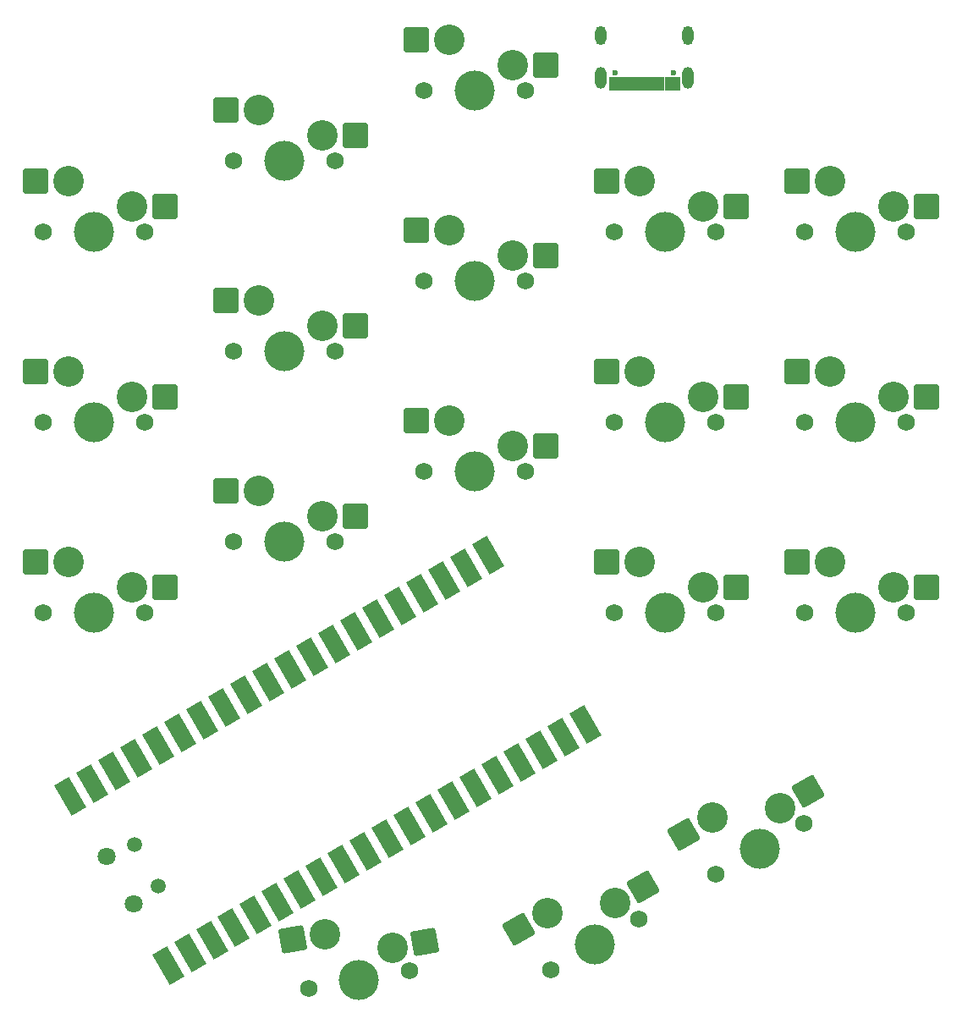
<source format=gbr>
%TF.GenerationSoftware,KiCad,Pcbnew,7.0.9-7.0.9~ubuntu22.04.1*%
%TF.CreationDate,2023-11-28T13:07:08+03:00*%
%TF.ProjectId,Keeb,4b656562-2e6b-4696-9361-645f70636258,rev?*%
%TF.SameCoordinates,Original*%
%TF.FileFunction,Soldermask,Top*%
%TF.FilePolarity,Negative*%
%FSLAX46Y46*%
G04 Gerber Fmt 4.6, Leading zero omitted, Abs format (unit mm)*
G04 Created by KiCad (PCBNEW 7.0.9-7.0.9~ubuntu22.04.1) date 2023-11-28 13:07:08*
%MOMM*%
%LPD*%
G01*
G04 APERTURE LIST*
G04 Aperture macros list*
%AMRoundRect*
0 Rectangle with rounded corners*
0 $1 Rounding radius*
0 $2 $3 $4 $5 $6 $7 $8 $9 X,Y pos of 4 corners*
0 Add a 4 corners polygon primitive as box body*
4,1,4,$2,$3,$4,$5,$6,$7,$8,$9,$2,$3,0*
0 Add four circle primitives for the rounded corners*
1,1,$1+$1,$2,$3*
1,1,$1+$1,$4,$5*
1,1,$1+$1,$6,$7*
1,1,$1+$1,$8,$9*
0 Add four rect primitives between the rounded corners*
20,1,$1+$1,$2,$3,$4,$5,0*
20,1,$1+$1,$4,$5,$6,$7,0*
20,1,$1+$1,$6,$7,$8,$9,0*
20,1,$1+$1,$8,$9,$2,$3,0*%
%AMHorizOval*
0 Thick line with rounded ends*
0 $1 width*
0 $2 $3 position (X,Y) of the first rounded end (center of the circle)*
0 $4 $5 position (X,Y) of the second rounded end (center of the circle)*
0 Add line between two ends*
20,1,$1,$2,$3,$4,$5,0*
0 Add two circle primitives to create the rounded ends*
1,1,$1,$2,$3*
1,1,$1,$4,$5*%
%AMRotRect*
0 Rectangle, with rotation*
0 The origin of the aperture is its center*
0 $1 length*
0 $2 width*
0 $3 Rotation angle, in degrees counterclockwise*
0 Add horizontal line*
21,1,$1,$2,0,0,$3*%
G04 Aperture macros list end*
%ADD10C,0.010000*%
%ADD11HorizOval,1.800000X0.000000X0.000000X0.000000X0.000000X0*%
%ADD12HorizOval,1.500000X0.000000X0.000000X0.000000X0.000000X0*%
%ADD13RotRect,3.500000X1.700000X120.000000*%
%ADD14C,0.600000*%
%ADD15O,1.104000X2.204000*%
%ADD16O,1.104000X1.904000*%
%ADD17C,1.750000*%
%ADD18C,3.050000*%
%ADD19C,4.000000*%
%ADD20RoundRect,0.250000X1.025000X1.000000X-1.025000X1.000000X-1.025000X-1.000000X1.025000X-1.000000X0*%
%ADD21RoundRect,0.250000X0.387676X1.378525X-1.387676X0.353525X-0.387676X-1.378525X1.387676X-0.353525X0*%
%ADD22RoundRect,0.250000X0.835780X1.162797X-1.183076X0.806818X-0.835780X-1.162797X1.183076X-0.806818X0*%
G04 APERTURE END LIST*
%TO.C,J1*%
D10*
X170215000Y-41410000D02*
X169515000Y-41410000D01*
X169515000Y-40170000D01*
X170215000Y-40170000D01*
X170215000Y-41410000D01*
G36*
X170215000Y-41410000D02*
G01*
X169515000Y-41410000D01*
X169515000Y-40170000D01*
X170215000Y-40170000D01*
X170215000Y-41410000D01*
G37*
X169415000Y-41410000D02*
X168715000Y-41410000D01*
X168715000Y-40170000D01*
X169415000Y-40170000D01*
X169415000Y-41410000D01*
G36*
X169415000Y-41410000D02*
G01*
X168715000Y-41410000D01*
X168715000Y-40170000D01*
X169415000Y-40170000D01*
X169415000Y-41410000D01*
G37*
X168615000Y-41410000D02*
X168215000Y-41410000D01*
X168215000Y-40170000D01*
X168615000Y-40170000D01*
X168615000Y-41410000D01*
G36*
X168615000Y-41410000D02*
G01*
X168215000Y-41410000D01*
X168215000Y-40170000D01*
X168615000Y-40170000D01*
X168615000Y-41410000D01*
G37*
X168115000Y-41410000D02*
X167715000Y-41410000D01*
X167715000Y-40170000D01*
X168115000Y-40170000D01*
X168115000Y-41410000D01*
G36*
X168115000Y-41410000D02*
G01*
X167715000Y-41410000D01*
X167715000Y-40170000D01*
X168115000Y-40170000D01*
X168115000Y-41410000D01*
G37*
X167615000Y-41410000D02*
X167215000Y-41410000D01*
X167215000Y-40170000D01*
X167615000Y-40170000D01*
X167615000Y-41410000D01*
G36*
X167615000Y-41410000D02*
G01*
X167215000Y-41410000D01*
X167215000Y-40170000D01*
X167615000Y-40170000D01*
X167615000Y-41410000D01*
G37*
X167115000Y-41410000D02*
X166715000Y-41410000D01*
X166715000Y-40170000D01*
X167115000Y-40170000D01*
X167115000Y-41410000D01*
G36*
X167115000Y-41410000D02*
G01*
X166715000Y-41410000D01*
X166715000Y-40170000D01*
X167115000Y-40170000D01*
X167115000Y-41410000D01*
G37*
X166615000Y-41410000D02*
X166215000Y-41410000D01*
X166215000Y-40170000D01*
X166615000Y-40170000D01*
X166615000Y-41410000D01*
G36*
X166615000Y-41410000D02*
G01*
X166215000Y-41410000D01*
X166215000Y-40170000D01*
X166615000Y-40170000D01*
X166615000Y-41410000D01*
G37*
X166115000Y-41410000D02*
X165715000Y-41410000D01*
X165715000Y-40170000D01*
X166115000Y-40170000D01*
X166115000Y-41410000D01*
G36*
X166115000Y-41410000D02*
G01*
X165715000Y-41410000D01*
X165715000Y-40170000D01*
X166115000Y-40170000D01*
X166115000Y-41410000D01*
G37*
X165615000Y-41410000D02*
X165215000Y-41410000D01*
X165215000Y-40170000D01*
X165615000Y-40170000D01*
X165615000Y-41410000D01*
G36*
X165615000Y-41410000D02*
G01*
X165215000Y-41410000D01*
X165215000Y-40170000D01*
X165615000Y-40170000D01*
X165615000Y-41410000D01*
G37*
X165115000Y-41410000D02*
X164715000Y-41410000D01*
X164715000Y-40170000D01*
X165115000Y-40170000D01*
X165115000Y-41410000D01*
G36*
X165115000Y-41410000D02*
G01*
X164715000Y-41410000D01*
X164715000Y-40170000D01*
X165115000Y-40170000D01*
X165115000Y-41410000D01*
G37*
X164615000Y-41410000D02*
X163915000Y-41410000D01*
X163915000Y-40170000D01*
X164615000Y-40170000D01*
X164615000Y-41410000D01*
G36*
X164615000Y-41410000D02*
G01*
X163915000Y-41410000D01*
X163915000Y-40170000D01*
X164615000Y-40170000D01*
X164615000Y-41410000D01*
G37*
X163815000Y-41410000D02*
X163115000Y-41410000D01*
X163115000Y-40170000D01*
X163815000Y-40170000D01*
X163815000Y-41410000D01*
G36*
X163815000Y-41410000D02*
G01*
X163115000Y-41410000D01*
X163115000Y-40170000D01*
X163815000Y-40170000D01*
X163815000Y-41410000D01*
G37*
%TD*%
D11*
%TO.C,U1*%
X115585943Y-122894807D03*
D12*
X118060000Y-121120000D03*
X115635000Y-116919776D03*
D11*
X112860943Y-118174969D03*
D13*
X119005860Y-129078277D03*
X121205565Y-127808277D03*
X123405269Y-126538277D03*
X125604974Y-125268277D03*
X127804678Y-123998277D03*
X130004383Y-122728277D03*
X132204087Y-121458277D03*
X134403792Y-120188277D03*
X136603496Y-118918277D03*
X138803201Y-117648277D03*
X141002905Y-116378277D03*
X143202610Y-115108277D03*
X145402314Y-113838277D03*
X147602019Y-112568277D03*
X149801723Y-111298277D03*
X152001428Y-110028277D03*
X154201132Y-108758277D03*
X156400837Y-107488277D03*
X158600541Y-106218277D03*
X160800246Y-104948277D03*
X151010246Y-87991499D03*
X148810541Y-89261499D03*
X146610837Y-90531499D03*
X144411132Y-91801499D03*
X142211428Y-93071499D03*
X140011723Y-94341499D03*
X137812019Y-95611499D03*
X135612314Y-96881499D03*
X133412610Y-98151499D03*
X131212905Y-99421499D03*
X129013201Y-100691499D03*
X126813496Y-101961499D03*
X124613792Y-103231499D03*
X122414087Y-104501499D03*
X120214383Y-105771499D03*
X118014678Y-107041499D03*
X115814974Y-108311499D03*
X113615269Y-109581499D03*
X111415565Y-110851499D03*
X109215860Y-112121499D03*
%TD*%
D14*
%TO.C,J1*%
X169555000Y-39720000D03*
X163775000Y-39720000D03*
D15*
X170990000Y-40210000D03*
X162340000Y-40210000D03*
D16*
X170990000Y-36040000D03*
X162340000Y-36040000D03*
%TD*%
D17*
%TO.C,SW3*%
X116685000Y-55617944D03*
D18*
X115415000Y-53077944D03*
D19*
X111605000Y-55617944D03*
D18*
X109065000Y-50537944D03*
D17*
X106525000Y-55617944D03*
D20*
X118690000Y-53077944D03*
X105763000Y-50537944D03*
%TD*%
D17*
%TO.C,SW4*%
X116685000Y-74667944D03*
D18*
X115415000Y-72127944D03*
D19*
X111605000Y-74667944D03*
D18*
X109065000Y-69587944D03*
D17*
X106525000Y-74667944D03*
D20*
X118690000Y-72127944D03*
X105763000Y-69587944D03*
%TD*%
D17*
%TO.C,SW5*%
X116685000Y-93717944D03*
D18*
X115415000Y-91177944D03*
D19*
X111605000Y-93717944D03*
D18*
X109065000Y-88637944D03*
D17*
X106525000Y-93717944D03*
D20*
X118690000Y-91177944D03*
X105763000Y-88637944D03*
%TD*%
D17*
%TO.C,SW6*%
X135735000Y-48567944D03*
D18*
X134465000Y-46027944D03*
D19*
X130655000Y-48567944D03*
D18*
X128115000Y-43487944D03*
D17*
X125575000Y-48567944D03*
D20*
X137740000Y-46027944D03*
X124813000Y-43487944D03*
%TD*%
D17*
%TO.C,SW7*%
X135735000Y-67617944D03*
D18*
X134465000Y-65077944D03*
D19*
X130655000Y-67617944D03*
D18*
X128115000Y-62537944D03*
D17*
X125575000Y-67617944D03*
D20*
X137740000Y-65077944D03*
X124813000Y-62537944D03*
%TD*%
D17*
%TO.C,SW8*%
X135735000Y-86667944D03*
D18*
X134465000Y-84127944D03*
D19*
X130655000Y-86667944D03*
D18*
X128115000Y-81587944D03*
D17*
X125575000Y-86667944D03*
D20*
X137740000Y-84127944D03*
X124813000Y-81587944D03*
%TD*%
D17*
%TO.C,SW9*%
X154785000Y-41517944D03*
D18*
X153515000Y-38977944D03*
D19*
X149705000Y-41517944D03*
D18*
X147165000Y-36437944D03*
D17*
X144625000Y-41517944D03*
D20*
X156790000Y-38977944D03*
X143863000Y-36437944D03*
%TD*%
D17*
%TO.C,SW10*%
X154785000Y-60567944D03*
D18*
X153515000Y-58027944D03*
D19*
X149705000Y-60567944D03*
D18*
X147165000Y-55487944D03*
D17*
X144625000Y-60567944D03*
D20*
X156790000Y-58027944D03*
X143863000Y-55487944D03*
%TD*%
D17*
%TO.C,SW11*%
X154785000Y-79617944D03*
D18*
X153515000Y-77077944D03*
D19*
X149705000Y-79617944D03*
D18*
X147165000Y-74537944D03*
D17*
X144625000Y-79617944D03*
D20*
X156790000Y-77077944D03*
X143863000Y-74537944D03*
%TD*%
D17*
%TO.C,SW13*%
X173835000Y-55617944D03*
D18*
X172565000Y-53077944D03*
D19*
X168755000Y-55617944D03*
D18*
X166215000Y-50537944D03*
D17*
X163675000Y-55617944D03*
D20*
X175840000Y-53077944D03*
X162913000Y-50537944D03*
%TD*%
D17*
%TO.C,SW14*%
X173835000Y-74667944D03*
D18*
X172565000Y-72127944D03*
D19*
X168755000Y-74667944D03*
D18*
X166215000Y-69587944D03*
D17*
X163675000Y-74667944D03*
D20*
X175840000Y-72127944D03*
X162913000Y-69587944D03*
%TD*%
D17*
%TO.C,SW15*%
X173835000Y-93717944D03*
D18*
X172565000Y-91177944D03*
D19*
X168755000Y-93717944D03*
D18*
X166215000Y-88637944D03*
D17*
X163675000Y-93717944D03*
D20*
X175840000Y-91177944D03*
X162913000Y-88637944D03*
%TD*%
D17*
%TO.C,SW16*%
X166117052Y-124367511D03*
D18*
X163747200Y-122802806D03*
D19*
X161717643Y-126907511D03*
D18*
X156977938Y-123778102D03*
D17*
X157318234Y-129447511D03*
D21*
X166583433Y-121165306D03*
X154118323Y-125429102D03*
%TD*%
D17*
%TO.C,SW17*%
X192885000Y-55617944D03*
D18*
X191615000Y-53077944D03*
D19*
X187805000Y-55617944D03*
D18*
X185265000Y-50537944D03*
D17*
X182725000Y-55617944D03*
D20*
X194890000Y-53077944D03*
X181963000Y-50537944D03*
%TD*%
D17*
%TO.C,SW18*%
X192885000Y-74667944D03*
D18*
X191615000Y-72127944D03*
D19*
X187805000Y-74667944D03*
D18*
X185265000Y-69587944D03*
D17*
X182725000Y-74667944D03*
D20*
X194890000Y-72127944D03*
X181963000Y-69587944D03*
%TD*%
D17*
%TO.C,SW19*%
X192885000Y-93717944D03*
D18*
X191615000Y-91177944D03*
D19*
X187805000Y-93717944D03*
D18*
X185265000Y-88637944D03*
D17*
X182725000Y-93717944D03*
D20*
X194890000Y-91177944D03*
X181963000Y-88637944D03*
%TD*%
D17*
%TO.C,SW20*%
X182614836Y-114842511D03*
D18*
X180244984Y-113277806D03*
D19*
X178215427Y-117382511D03*
D18*
X173475722Y-114253102D03*
D17*
X173816018Y-119922511D03*
D21*
X183081217Y-111640306D03*
X170616107Y-115904102D03*
%TD*%
D17*
%TO.C,SW1*%
X143135646Y-129585734D03*
D18*
X141443874Y-127304856D03*
D19*
X138132823Y-130467867D03*
D18*
X134749279Y-125906110D03*
D17*
X133130000Y-131350000D03*
D22*
X144669120Y-126736158D03*
X131497443Y-126479496D03*
%TD*%
M02*

</source>
